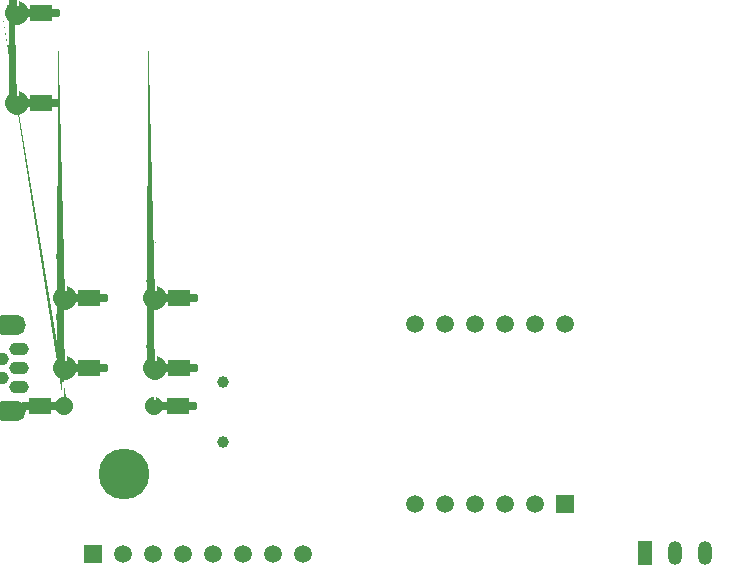
<source format=gbr>
%TF.GenerationSoftware,KiCad,Pcbnew,(6.0.0)*%
%TF.CreationDate,2023-05-06T18:39:40-07:00*%
%TF.ProjectId,digital_clock_v3,64696769-7461-46c5-9f63-6c6f636b5f76,rev?*%
%TF.SameCoordinates,Original*%
%TF.FileFunction,Soldermask,Bot*%
%TF.FilePolarity,Negative*%
%FSLAX46Y46*%
G04 Gerber Fmt 4.6, Leading zero omitted, Abs format (unit mm)*
G04 Created by KiCad (PCBNEW (6.0.0)) date 2023-05-06 18:39:40*
%MOMM*%
%LPD*%
G01*
G04 APERTURE LIST*
G04 Aperture macros list*
%AMFreePoly0*
4,1,54,0.201078,0.979575,0.387516,0.921863,0.559193,0.829038,0.709571,0.704634,0.832921,0.553392,0.924546,0.381070,0.947815,0.304000,1.093000,0.304000,1.093000,0.635000,1.107645,0.670355,1.143000,0.685000,2.921000,0.685000,2.956355,0.670355,2.971000,0.635000,2.971000,0.304000,3.556000,0.304000,3.591355,0.289355,3.606000,0.254000,3.606000,-0.254000,3.591355,-0.289355,
3.556000,-0.304000,2.971000,-0.304000,2.971000,-0.635000,2.956355,-0.670355,2.921000,-0.685000,1.143000,-0.685000,1.107645,-0.670355,1.093000,-0.635000,1.093000,-0.304000,0.947721,-0.304000,0.913545,-0.406737,0.817145,-0.576432,0.689620,-0.724172,0.535827,-0.844328,0.361625,-0.932324,0.173648,-0.984808,-0.020942,-0.999781,-0.214735,-0.976672,-0.400349,-0.916363,-0.570714,-0.821149,
-0.719340,-0.694658,-0.840567,-0.541708,-0.929776,-0.368125,-0.983571,-0.180519,-0.999903,0.013962,-0.978148,0.207912,-0.919135,0.393942,-0.825113,0.564967,-0.699663,0.714473,-0.547563,0.836764,-0.374607,0.927184,-0.187381,0.982287,0.006981,0.999976,0.201078,0.979575,0.201078,0.979575,$1*%
%AMFreePoly1*
4,1,51,0.174003,0.741867,0.334039,0.684881,0.477472,0.593856,0.597174,0.473315,0.687196,0.329249,0.743064,0.168820,0.762000,0.000000,0.761703,-0.021276,0.738060,-0.189502,0.677735,-0.348309,0.583726,-0.489804,0.460705,-0.606956,0.314786,-0.693941,0.153221,-0.746436,-0.015958,-0.761833,-0.184344,-0.739365,-0.343569,-0.680150,-0.485717,-0.587131,-0.603725,-0.464931,-0.691726,-0.319622,
-0.696923,-0.304000,-1.093000,-0.304000,-1.093000,-0.635000,-1.107645,-0.670355,-1.143000,-0.685000,-2.921000,-0.685000,-2.956355,-0.670355,-2.971000,-0.635000,-2.971000,-0.304000,-3.556000,-0.304000,-3.591355,-0.289355,-3.606000,-0.254000,-3.606000,0.254000,-3.591355,0.289355,-3.556000,0.304000,-2.971000,0.304000,-2.971000,0.635000,-2.956355,0.670355,-2.921000,0.685000,-1.143000,0.685000,
-1.107645,0.670355,-1.093000,0.635000,-1.093000,0.304000,-0.695203,0.304000,-0.682532,0.338812,-0.590508,0.481606,-0.469134,0.600464,-0.324444,0.689478,-0.163628,0.744224,0.005320,0.761981,0.174003,0.741867,0.174003,0.741867,$1*%
%AMFreePoly2*
4,1,50,0.174003,0.741867,0.334039,0.684881,0.477472,0.593856,0.597174,0.473315,0.687196,0.329249,0.695989,0.304000,1.093000,0.304000,1.093000,0.635000,1.107645,0.670355,1.143000,0.685000,2.921000,0.685000,2.956355,0.670355,2.971000,0.635000,2.971000,0.304000,3.556000,0.304000,3.591355,0.289355,3.606000,0.254000,3.606000,-0.254000,3.591355,-0.289355,3.556000,-0.304000,
2.971000,-0.304000,2.971000,-0.635000,2.956355,-0.670355,2.921000,-0.685000,1.143000,-0.685000,1.107645,-0.670355,1.093000,-0.635000,1.093000,-0.304000,0.694566,-0.304000,0.677735,-0.348309,0.583726,-0.489804,0.460705,-0.606956,0.314786,-0.693941,0.153221,-0.746436,-0.015958,-0.761833,-0.184344,-0.739365,-0.343569,-0.680150,-0.485717,-0.587131,-0.603725,-0.464931,-0.691726,-0.319622,
-0.745348,-0.158429,-0.761926,0.010639,-0.740634,0.179178,-0.682532,0.338812,-0.590508,0.481606,-0.469134,0.600464,-0.324444,0.689478,-0.163628,0.744224,0.005320,0.761981,0.174003,0.741867,0.174003,0.741867,$1*%
G04 Aperture macros list end*
%ADD10O,1.650000X1.100000*%
%ADD11O,2.700000X1.700000*%
%ADD12R,2.032000X2.032000*%
%ADD13C,2.032000*%
%ADD14R,1.500000X1.500000*%
%ADD15C,1.500000*%
%ADD16R,1.200000X2.000000*%
%ADD17O,1.200000X2.000000*%
%ADD18C,4.300000*%
%ADD19FreePoly0,0.000000*%
%ADD20FreePoly0,180.000000*%
%ADD21FreePoly1,180.000000*%
%ADD22FreePoly2,180.000000*%
%ADD23C,1.000000*%
%ADD24FreePoly0,90.000000*%
%ADD25FreePoly0,270.000000*%
G04 APERTURE END LIST*
D10*
%TO.C,J1*%
X86350000Y-17900000D03*
X88050000Y-18700000D03*
X86350000Y-19500000D03*
X88050000Y-20300000D03*
X86350000Y-21100000D03*
D11*
X91650000Y-23150000D03*
X87139280Y-15850000D03*
X87139280Y-23150000D03*
X91650000Y-15850000D03*
%TD*%
D12*
%TO.C,BZ1*%
X86000000Y-39190000D03*
D13*
X86000000Y-46810000D03*
%TD*%
D14*
%TO.C,T2*%
X13360000Y-59750000D03*
D15*
X15900000Y-59750000D03*
X18440000Y-59750000D03*
X20980000Y-59750000D03*
X23520000Y-59750000D03*
X26060000Y-59750000D03*
X28600000Y-59750000D03*
X31140000Y-59750000D03*
%TD*%
D10*
%TO.C,J2*%
X7150000Y-45600000D03*
X5450000Y-44800000D03*
X7150000Y-44000000D03*
X5450000Y-43200000D03*
X7150000Y-42400000D03*
D11*
X6360720Y-47650000D03*
X1850000Y-40350000D03*
X6360720Y-40350000D03*
X1850000Y-47650000D03*
%TD*%
D16*
%TO.C,T3*%
X89154000Y-25781000D03*
D17*
X86614000Y-25781000D03*
X84074000Y-25781000D03*
%TD*%
D18*
%TO.C,H1*%
X16000000Y-53000000D03*
%TD*%
%TO.C,H3*%
X78000000Y-53000000D03*
%TD*%
D19*
%TO.C,C3*%
X11000000Y-38100000D03*
D20*
X18620000Y-38100000D03*
%TD*%
%TO.C,C4*%
X18620000Y-44000000D03*
D19*
X11000000Y-44000000D03*
%TD*%
D21*
%TO.C,D1*%
X10922400Y-47175000D03*
D22*
X18542400Y-47175000D03*
%TD*%
D23*
%TO.C,Y2*%
X24407200Y-45156000D03*
X24407200Y-50236000D03*
%TD*%
D16*
%TO.C,T1*%
X60097500Y-59690000D03*
D17*
X62637500Y-59690000D03*
X65177500Y-59690000D03*
%TD*%
D24*
%TO.C,C2*%
X6985000Y-21590000D03*
D25*
X6985000Y-13970000D03*
%TD*%
D14*
%TO.C,U3*%
X53350000Y-55477500D03*
D15*
X50810000Y-55477500D03*
X48270000Y-55477500D03*
X45730000Y-55477500D03*
X43190000Y-55477500D03*
X40650000Y-55477500D03*
X40650000Y-40237500D03*
X43190000Y-40237500D03*
X45730000Y-40237500D03*
X48270000Y-40237500D03*
X50810000Y-40237500D03*
X53350000Y-40237500D03*
%TD*%
M02*

</source>
